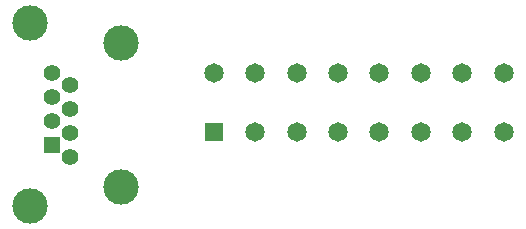
<source format=gbr>
%TF.GenerationSoftware,KiCad,Pcbnew,7.0.5*%
%TF.CreationDate,2023-11-09T00:00:04-05:00*%
%TF.ProjectId,rj45-breakout-board,726a3435-2d62-4726-9561-6b6f75742d62,0.1.0*%
%TF.SameCoordinates,Original*%
%TF.FileFunction,Copper,L2,Bot*%
%TF.FilePolarity,Positive*%
%FSLAX46Y46*%
G04 Gerber Fmt 4.6, Leading zero omitted, Abs format (unit mm)*
G04 Created by KiCad (PCBNEW 7.0.5) date 2023-11-09 00:00:04*
%MOMM*%
%LPD*%
G01*
G04 APERTURE LIST*
%TA.AperFunction,ComponentPad*%
%ADD10R,1.400000X1.400000*%
%TD*%
%TA.AperFunction,ComponentPad*%
%ADD11C,1.400000*%
%TD*%
%TA.AperFunction,ComponentPad*%
%ADD12C,3.000000*%
%TD*%
%TA.AperFunction,ComponentPad*%
%ADD13R,1.650000X1.650000*%
%TD*%
%TA.AperFunction,ComponentPad*%
%ADD14C,1.650000*%
%TD*%
G04 APERTURE END LIST*
D10*
%TO.P,J1,1,1*%
%TO.N,Net-(J2-1.1)*%
X63250000Y-75810000D03*
D11*
%TO.P,J1,2,2*%
%TO.N,Net-(J2-2.1)*%
X64770000Y-76830000D03*
%TO.P,J1,3,3*%
%TO.N,Net-(J2-3.1)*%
X64770000Y-74800000D03*
%TO.P,J1,4,4*%
%TO.N,Net-(J2-4.1)*%
X64770000Y-72770000D03*
%TO.P,J1,5,5*%
%TO.N,Net-(J2-5.1)*%
X63250000Y-73780000D03*
%TO.P,J1,6,6*%
%TO.N,Net-(J2-6.1)*%
X63250000Y-71750000D03*
%TO.P,J1,7,7*%
%TO.N,Net-(J2-7.1)*%
X63250000Y-69720000D03*
%TO.P,J1,8,8*%
%TO.N,Net-(J2-8.1)*%
X64770000Y-70740000D03*
D12*
%TO.P,J1,MH1,MH1*%
%TO.N,unconnected-(J1-PadMH1)*%
X61420000Y-81000000D03*
%TO.P,J1,MH2,MH2*%
%TO.N,unconnected-(J1-PadMH2)*%
X61420000Y-65560000D03*
%TO.P,J1,MH3,MH3*%
%TO.N,unconnected-(J1-PadMH3)*%
X69090000Y-79380000D03*
%TO.P,J1,MH4,MH4*%
%TO.N,unconnected-(J1-PadMH4)*%
X69090000Y-67180000D03*
%TD*%
D13*
%TO.P,J2,1,1.1*%
%TO.N,Net-(J2-1.1)*%
X76990000Y-74720000D03*
D14*
%TO.P,J2,2,1.2*%
X76990000Y-69720000D03*
%TO.P,J2,3,2.1*%
%TO.N,Net-(J2-2.1)*%
X80490000Y-74720000D03*
%TO.P,J2,4,2.2*%
X80490000Y-69720000D03*
%TO.P,J2,5,3.1*%
%TO.N,Net-(J2-3.1)*%
X83990000Y-74720000D03*
%TO.P,J2,6,3.2*%
X83990000Y-69720000D03*
%TO.P,J2,7,4.1*%
%TO.N,Net-(J2-4.1)*%
X87490000Y-74720000D03*
%TO.P,J2,8,4.2*%
X87490000Y-69720000D03*
%TO.P,J2,9,5.1*%
%TO.N,Net-(J2-5.1)*%
X90990000Y-74720000D03*
%TO.P,J2,10,5.2*%
X90990000Y-69720000D03*
%TO.P,J2,11,6.1*%
%TO.N,Net-(J2-6.1)*%
X94490000Y-74720000D03*
%TO.P,J2,12,6.2*%
X94490000Y-69720000D03*
%TO.P,J2,13,7.1*%
%TO.N,Net-(J2-7.1)*%
X97990000Y-74720000D03*
%TO.P,J2,14,7.2*%
X97990000Y-69720000D03*
%TO.P,J2,15,8.1*%
%TO.N,Net-(J2-8.1)*%
X101490000Y-74720000D03*
%TO.P,J2,16,8.2*%
X101490000Y-69720000D03*
%TD*%
M02*

</source>
